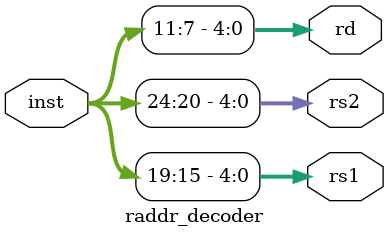
<source format=v>
module raddr_decoder(inst, rs1, rs2, rd);
    input [31:0] inst;
    output [4:0] rs1, rs2, rd;

    assign rd  = inst[11:7];
    assign rs1 = inst[19:15];
    assign rs2 = inst[24:20];
    
endmodule
</source>
